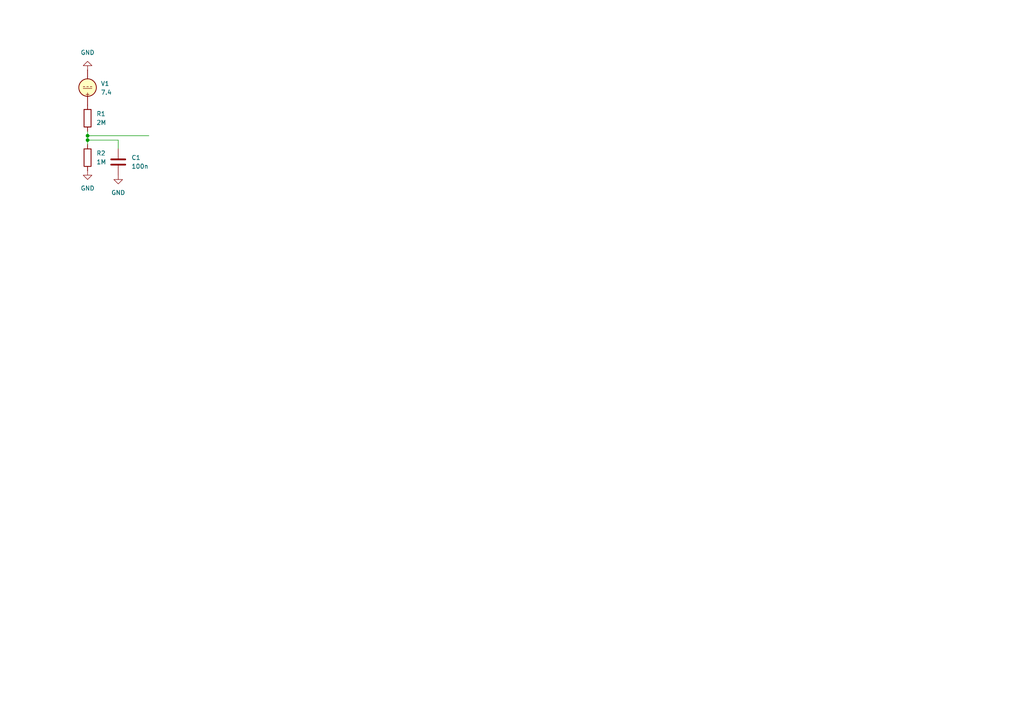
<source format=kicad_sch>
(kicad_sch (version 20231120) (generator "eeschema") (generator_version "8.0")
  (paper "A4")
  (lib_symbols
    (symbol "Device:C" (pin_numbers hide) (pin_names (offset 0.254))
      (property "Reference" "C" (at 0.635 2.54 0))
      (property "Value" "C" (at 0.635 -2.54 0))
      (symbol "C_0_1"
        (polyline (pts (xy -2.032 -0.762) (xy 2.032 -0.762)) (stroke (width 0.508)))
        (polyline (pts (xy -2.032 0.762) (xy 2.032 0.762)) (stroke (width 0.508)))
      )
      (symbol "C_1_1"
        (pin passive line (at 0 3.81 270) (length 2.794) (name "~") (number "1"))
        (pin passive line (at 0 -3.81 90) (length 2.794) (name "~") (number "2"))
      )
    )
    (symbol "Device:R" (pin_numbers hide) (pin_names (offset 0))
      (property "Reference" "R" (at 2.032 0 90))
      (property "Value" "R" (at 0 0 90))
      (symbol "R_0_1"
        (rectangle (start -1.016 -2.54) (end 1.016 2.54) (stroke (width 0.254)))
      )
      (symbol "R_1_1"
        (pin passive line (at 0 3.81 270) (length 1.27) (name "~") (number "1"))
        (pin passive line (at 0 -3.81 90) (length 1.27) (name "~") (number "2"))
      )
    )
    (symbol "Simulation_SPICE:VDC" (pin_numbers hide) (pin_names (offset 0.0254))
      (property "Reference" "V" (at 2.54 2.54 0))
      (property "Value" "1" (at 2.54 0 0))
      (symbol "VDC_0_0"
        (polyline (pts (xy -1.27 0.254) (xy 1.27 0.254)))
        (polyline (pts (xy -0.762 -0.254) (xy -1.27 -0.254)))
        (polyline (pts (xy 0.254 -0.254) (xy -0.254 -0.254)))
        (polyline (pts (xy 1.27 -0.254) (xy 0.762 -0.254)))
        (text "+" (at 0 1.905 0) (effects (font (size 1.27 1.27))))
      )
      (symbol "VDC_0_1"
        (circle (center 0 0) (radius 2.54) (stroke (width 0.254)) (fill (type background)))
      )
      (symbol "VDC_1_1"
        (pin passive line (at 0 5.08 270) (length 2.54) (name "~") (number "1"))
        (pin passive line (at 0 -5.08 90) (length 2.54) (name "~") (number "2"))
      )
    )
    (symbol "power:GND" (power) (pin_numbers hide) (pin_names (offset 0) hide)
      (property "Value" "GND" (at 0 -3.81 0))
      (symbol "GND_0_1"
        (polyline (pts (xy 0 0) (xy 0 -1.27) (xy 1.27 -1.27) (xy 0 -2.54) (xy -1.27 -1.27) (xy 0 -1.27)))
      )
      (symbol "GND_1_1"
        (pin power_in line (at 0 0 270) (length 0) (name "~") (number "1"))
      )
    )
  )
  (junction (at 25.4 39.37))
  (junction (at 25.4 40.64))
  (wire (pts (xy 34.29 40.64) (xy 34.29 43.18)))
  (wire (pts (xy 25.4 40.64) (xy 34.29 40.64)))
  (wire (pts (xy 25.4 39.37) (xy 25.4 40.64)))
  (wire (pts (xy 25.4 39.37) (xy 43.18 39.37)))
  (wire (pts (xy 25.4 38.1) (xy 25.4 39.37)))
  (wire (pts (xy 25.4 40.64) (xy 25.4 41.91)))
  (symbol (lib_id "power:GND") (at 25.4 49.53 0) (unit 1)
    (property "Reference" "#PWR01" (effects (hide yes)))
    (property "Value" "GND" (at 25.4 54.61 0))
    (property "Description" "Power symbol creates a global label with name \"GND\" , ground" (effects (hide yes)))
  )
  (symbol (lib_id "power:GND") (at 25.4 20.32 180) (unit 1)
    (property "Reference" "#PWR03" (effects (hide yes)))
    (property "Value" "GND" (at 25.4 15.24 0))
    (property "Description" "Power symbol creates a global label with name \"GND\" , ground" (effects (hide yes)))
  )
  (symbol (lib_id "Simulation_SPICE:VDC") (at 25.4 25.4 180) (unit 1)
    (property "Reference" "V1" (at 29.21 24.2597 0) (effects (justify right)))
    (property "Value" "7.4" (at 29.21 26.7997 0) (effects (justify right)))
    (property "Datasheet" "https://ngspice.sourceforge.io/docs/ngspice-html-manual/manual.xhtml#sec_Independent_Sources_for" (effects (hide yes)))
    (property "Description" "Voltage source, DC" (effects (hide yes)))
    (property "Sim.Pins" "1=+ 2=-" (effects (hide yes)))
    (property "Sim.Type" "DC" (effects (hide yes)))
    (property "Sim.Device" "V" (effects (hide yes)))
  )
  (symbol (lib_id "Device:R") (at 25.4 45.72 0) (unit 1)
    (property "Reference" "R2" (at 27.94 44.4499 0) (effects (justify left)))
    (property "Value" "1M" (at 27.94 46.9899 0) (effects (justify left)))
    (property "Footprint" "Resistor_THT:R_Axial_DIN0204_L3.6mm_D1.6mm_P7.62mm_Horizontal" (effects (hide yes)))
    (property "Description" "Resistor" (effects (hide yes)))
  )
  (symbol (lib_id "power:GND") (at 34.29 50.8 0) (unit 1)
    (property "Reference" "#PWR02" (effects (hide yes)))
    (property "Value" "GND" (at 34.29 55.88 0))
    (property "Description" "Power symbol creates a global label with name \"GND\" , ground" (effects (hide yes)))
  )
  (symbol (lib_id "Device:R") (at 25.4 34.29 0) (unit 1)
    (property "Reference" "R1" (at 27.94 33.0199 0) (effects (justify left)))
    (property "Value" "2M" (at 27.94 35.5599 0) (effects (justify left)))
    (property "Footprint" "Resistor_THT:R_Axial_DIN0204_L3.6mm_D1.6mm_P7.62mm_Horizontal" (effects (hide yes)))
    (property "Description" "Resistor" (effects (hide yes)))
  )
  (symbol (lib_id "Device:C") (at 34.29 46.99 0) (unit 1)
    (property "Reference" "C1" (at 38.1 45.7199 0) (effects (justify left)))
    (property "Value" "100n" (at 38.1 48.2599 0) (effects (justify left)))
    (property "Footprint" "Capacitor_THT:C_Rect_L9.0mm_W2.5mm_P7.50mm_MKT" (effects (hide yes)))
    (property "Description" "Unpolarized capacitor" (effects (hide yes)))
  )
)
</source>
